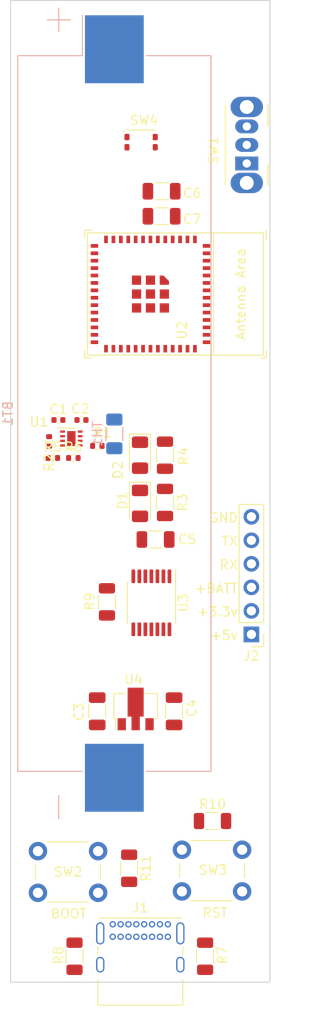
<source format=kicad_pcb>
(kicad_pcb (version 20221018) (generator pcbnew)
  (layers (0 "F.Cu" signal) (31 "B.Cu" signal) (34 "B.Paste" user) (35 "F.Paste" user) (36 "B.SilkS" user "B.Silkscreen") (37 "F.SilkS" user "F.Silkscreen") (38 "B.Mask" user) (39 "F.Mask" user) (44 "Edge.Cuts" user))
  (net 0 "")
  (net 1 "Net-(BT1-+)")
  (net 2 "GND")
  (net 3 "+5V")
  (net 4 "+3.3V")
  (net 5 "+BATT")
  (net 6 "Net-(D1-K)")
  (net 7 "Net-(D1-A)")
  (net 8 "Net-(D2-K)")
  (net 9 "Net-(D2-A)")
  (net 10 "Net-(J1-CC1)")
  (net 11 "/D+")
  (net 12 "/D-")
  (net 14 "Net-(J1-CC2)")
  (net 16 "/TX")
  (net 17 "/RX")
  (net 18 "Net-(U1-VSET)")
  (net 19 "Net-(U1-ISET)")
  (net 20 "Net-(U1-TS)")
  (net 21 "Net-(R6-Pad2)")
  (net 22 "Net-(U3-~{RST})")
  (net 23 "Net-(SW3-B)")
  (net 24 "Net-(SW2-A)")
  (net 25 "/SW1")
  (net 26 "/SW2")
  (footprint "LED_SMD:LED_1206_3216Metric" (layer "F.Cu") (at 143.97 96.3 -90)
    (fp_text reference "D1" (at -0.3 1.9 90) (layer "F.SilkS"))
    (fp_text value "LED")
    (fp_line (start -2.285 -1.135) (end -2.285 1.135) (stroke (width 0.12)) (layer "F.SilkS"))
    (fp_line (start -2.285 1.135) (end 1.6 1.135) (stroke (width 0.12)) (layer "F.SilkS"))
    (fp_line (start 1.6 -1.135) (end -2.285 -1.135) (stroke (width 0.12)) (layer "F.SilkS"))
    (pad "1" smd roundrect (at -1.4 0 270) (size 1.25 1.75) (layers "F.Cu" "F.Paste" "F.Mask") (roundrect_rratio 0.2) (net 6 "Net-(D1-K)"))
    (pad "2" smd roundrect (at 1.4 0 270) (size 1.25 1.75) (layers "F.Cu" "F.Paste" "F.Mask") (roundrect_rratio 0.2) (net 7 "Net-(D1-A)"))
  )
  (footprint "Espressif:ESP32-MINI-1" (layer "F.Cu") (at 145.1 73.7 -90)
    (fp_text reference "U2" (at 3.9 -3.4 90) (layer "F.SilkS"))
    (fp_text value "ESP32-MINI-1")
    (fp_text user "Antenna Area" (at 0 -9.75 90) (layer "F.SilkS"))
    (fp_line (start -6.9 6.3) (end -6.9 7.1) (stroke (width 0.12)) (layer "F.SilkS"))
    (fp_line (start -6.9 7.1) (end -6.1 7.1) (stroke (width 0.12)) (layer "F.SilkS"))
    (fp_line (start -6.6 -12.2) (end 6.6 -12.2) (stroke (width 0.12)) (layer "F.SilkS"))
    (fp_line (start -6.6 -6.8) (end 6.6 -6.8) (stroke (width 0.12)) (layer "F.SilkS"))
    (fp_line (start -6.6 6.8) (end -6.6 -12.2) (stroke (width 0.12)) (layer "F.SilkS"))
    (fp_line (start -5.925 -12.5) (end -6.9 -12.5) (stroke (width 0.12)) (layer "F.SilkS"))
    (fp_line (start 6.15 -12.5) (end 6.9 -12.5) (stroke (width 0.12)) (layer "F.SilkS"))
    (fp_line (start 6.6 -12.2) (end 6.6 6.8) (stroke (width 0.12)) (layer "F.SilkS"))
    (fp_line (start 6.6 6.8) (end -6.6 6.8) (stroke (width 0.12)) (layer "F.SilkS"))
    (fp_line (start 6.9 -12.5) (end 6.9 -11.9) (stroke (width 0.12)) (layer "F.SilkS"))
    (fp_line (start 6.9 6.3) (end 6.9 7.1) (stroke (width 0.12)) (layer "F.SilkS"))
    (fp_line (start 6.9 7.1) (end 6.1 7.1) (stroke (width 0.12)) (layer "F.SilkS"))
    (pad "1" smd rect (at -5.9 -4.8) (size 0.4 0.8) (layers "F.Cu" "F.Paste" "F.Mask") (net 2 "GND"))
    (pad "2" smd rect (at -5.9 -4) (size 0.4 0.8) (layers "F.Cu" "F.Paste" "F.Mask") (net 2 "GND"))
    (pad "3" smd rect (at -5.9 -3.2) (size 0.4 0.8) (layers "F.Cu" "F.Paste" "F.Mask") (net 5 "+BATT"))
    (pad "4" smd rect (at -5.9 -2.4) (size 0.4 0.8) (layers "F.Cu" "F.Paste" "F.Mask"))
    (pad "5" smd rect (at -5.9 -1.6) (size 0.4 0.8) (layers "F.Cu" "F.Paste" "F.Mask"))
    (pad "6" smd rect (at -5.9 -0.8) (size 0.4 0.8) (layers "F.Cu" "F.Paste" "F.Mask"))
    (pad "7" smd rect (at -5.9 0) (size 0.4 0.8) (layers "F.Cu" "F.Paste" "F.Mask"))
    (pad "8" smd rect (at -5.9 0.8) (size 0.4 0.8) (layers "F.Cu" "F.Paste" "F.Mask") (net 23 "Net-(SW3-B)"))
    (pad "9" smd rect (at -5.9 1.6) (size 0.4 0.8) (layers "F.Cu" "F.Paste" "F.Mask"))
    (pad "10" smd rect (at -5.9 2.4) (size 0.4 0.8) (layers "F.Cu" "F.Paste" "F.Mask"))
    (pad "11" smd rect (at -5.9 3.2) (size 0.4 0.8) (layers "F.Cu" "F.Paste" "F.Mask"))
    (pad "12" smd rect (at -5.9 4) (size 0.4 0.8) (layers "F.Cu" "F.Paste" "F.Mask"))
    (pad "13" smd rect (at -5.9 4.8) (size 0.4 0.8) (layers "F.Cu" "F.Paste" "F.Mask"))
    (pad "14" smd rect (at -5.2 6.05 270) (size 0.4 0.8) (layers "F.Cu" "F.Paste" "F.Mask"))
    (pad "15" smd rect (at -4.4 6.05 270) (size 0.4 0.8) (layers "F.Cu" "F.Paste" "F.Mask"))
    (pad "16" smd rect (at -3.6 6.05 270) (size 0.4 0.8) (layers "F.Cu" "F.Paste" "F.Mask"))
    (pad "17" smd rect (at -2.8 6.05 270) (size 0.4 0.8) (layers "F.Cu" "F.Paste" "F.Mask"))
    (pad "18" smd rect (at -2 6.05 270) (size 0.4 0.8) (layers "F.Cu" "F.Paste" "F.Mask"))
    (pad "19" smd rect (at -1.2 6.05 270) (size 0.4 0.8) (layers "F.Cu" "F.Paste" "F.Mask"))
    (pad "20" smd rect (at -0.4 6.05 270) (size 0.4 0.8) (layers "F.Cu" "F.Paste" "F.Mask"))
    (pad "21" smd rect (at 0.4 6.05 270) (size 0.4 0.8) (layers "F.Cu" "F.Paste" "F.Mask") (net 24 "Net-(SW2-A)"))
    (pad "22" smd rect (at 1.2 6.05 270) (size 0.4 0.8) (layers "F.Cu" "F.Paste" "F.Mask"))
    (pad "23" smd rect (at 2 6.05 270) (size 0.4 0.8) (layers "F.Cu" "F.Paste" "F.Mask"))
    (pad "24" smd rect (at 2.8 6.05 270) (size 0.4 0.8) (layers "F.Cu" "F.Paste" "F.Mask"))
    (pad "25" smd rect (at 3.6 6.05 270) (size 0.4 0.8) (layers "F.Cu" "F.Paste" "F.Mask"))
    (pad "26" smd rect (at 4.4 6.05 270) (size 0.4 0.8) (layers "F.Cu" "F.Paste" "F.Mask"))
    (pad "27" smd rect (at 5.2 6.05 270) (size 0.4 0.8) (layers "F.Cu" "F.Paste" "F.Mask") (net 2 "GND"))
    (pad "28" smd rect (at 5.9 4.8) (size 0.4 0.8) (layers "F.Cu" "F.Paste" "F.Mask"))
    (pad "29" smd rect (at 5.9 4) (size 0.4 0.8) (layers "F.Cu" "F.Paste" "F.Mask"))
    (pad "30" smd rect (at 5.9 3.2) (size 0.4 0.8) (layers "F.Cu" "F.Paste" "F.Mask") (net 25 "/SW1"))
    (pad "31" smd rect (at 5.9 2.4) (size 0.4 0.8) (layers "F.Cu" "F.Paste" "F.Mask"))
    (pad "32" smd rect (at 5.9 1.6) (size 0.4 0.8) (layers "F.Cu" "F.Paste" "F.Mask") (net 26 "/SW2"))
    (pad "33" smd rect (at 5.9 0.8) (size 0.4 0.8) (layers "F.Cu" "F.Paste" "F.Mask"))
    (pad "34" smd rect (at 5.9 0) (size 0.4 0.8) (layers "F.Cu" "F.Paste" "F.Mask"))
    (pad "35" smd rect (at 5.9 -0.8) (size 0.4 0.8) (layers "F.Cu" "F.Paste" "F.Mask") (net 16 "/TX"))
    (pad "36" smd rect (at 5.9 -1.6) (size 0.4 0.8) (layers "F.Cu" "F.Paste" "F.Mask") (net 17 "/RX"))
    (pad "37" smd rect (at 5.9 -2.4) (size 0.4 0.8) (layers "F.Cu" "F.Paste" "F.Mask"))
    (pad "38" smd rect (at 5.9 -3.2) (size 0.4 0.8) (layers "F.Cu" "F.Paste" "F.Mask") (net 2 "GND"))
    (pad "39" smd rect (at 5.9 -4) (size 0.4 0.8) (layers "F.Cu" "F.Paste" "F.Mask") (net 2 "GND"))
    (pad "40" smd rect (at 5.9 -4.8) (size 0.4 0.8) (layers "F.Cu" "F.Paste" "F.Mask") (net 2 "GND"))
    (pad "41" smd rect (at 5.2 -6.05 270) (size 0.4 0.8) (layers "F.Cu" "F.Paste" "F.Mask") (net 2 "GND"))
    (pad "42" smd rect (at 4.4 -6.05 270) (size 0.4 0.8) (layers "F.Cu" "F.Paste" "F.Mask") (net 2 "GND"))
    (pad "43" smd rect (at 3.6 -6.05 270) (size 0.4 0.8) (layers "F.Cu" "F.Paste" "F.Mask") (net 2 "GND"))
    (pad "44" smd rect (at 2.8 -6.05 270) (size 0.4 0.8) (layers "F.Cu" "F.Paste" "F.Mask") (net 2 "GND"))
    (pad "45" smd rect (at 2 -6.05 270) (size 0.4 0.8) (layers "F.Cu" "F.Paste" "F.Mask") (net 2 "GND"))
    (pad "46" smd rect (at 1.2 -6.05 270) (size 0.4 0.8) (layers "F.Cu" "F.Paste" "F.Mask") (net 2 "GND"))
    (pad "47" smd rect (at 0.4 -6.05 270) (size 0.4 0.8) (layers "F.Cu" "F.Paste" "F.Mask") (net 2 "GND"))
    (pad "48" smd rect (at -0.4 -6.05 270) (size 0.4 0.8) (layers "F.Cu" "F.Paste" "F.Mask") (net 2 "GND"))
    (pad "49" smd rect (at -1.2 -6.05 270) (size 0.4 0.8) (layers "F.Cu" "F.Paste" "F.Mask") (net 2 "GND"))
    (pad "50" smd rect (at -2 -6.05 270) (size 0.4 0.8) (layers "F.Cu" "F.Paste" "F.Mask") (net 2 "GND"))
    (pad "51" smd rect (at -2.8 -6.05 270) (size 0.4 0.8) (layers "F.Cu" "F.Paste" "F.Mask") (net 2 "GND"))
    (pad "52" smd rect (at -3.6 -6.05 270) (size 0.4 0.8) (layers "F.Cu" "F.Paste" "F.Mask") (net 2 "GND"))
    (pad "53" smd rect (at -4.4 -6.05 270) (size 0.4 0.8) (layers "F.Cu" "F.Paste" "F.Mask") (net 2 "GND"))
    (pad "54" smd rect (at -5.2 -6.05 270) (size 0.4 0.8) (layers "F.Cu" "F.Paste" "F.Mask") (net 2 "GND"))
    (pad "55" smd custom (at -1.5 -1.5) (size 0.4 0.4) (layers "F.Cu" "F.Paste" "F.Mask") (net 2 "GND") (options (clearance outline) (anchor rect)) (primitives (gr_poly (pts (xy -0.5 0.5) (xy -0.5 -0.5) (xy -0.1 -0.5) (xy 0.5 0.1) (xy 0.5 0.5)) (width 0) (fill yes))))
    (pad "55" smd rect (at -1.5 0) (size 1 1) (layers "F.Cu" "F.Paste" "F.Mask") (net 2 "GND"))
    (pad "55" smd rect (at -1.5 1.5) (size 1 1) (layers "F.Cu" "F.Paste" "F.Mask") (net 2 "GND"))
    (pad "55" smd rect (at 0 -1.5) (size 1 1) (layers "F.Cu" "F.Paste" "F.Mask") (net 2 "GND"))
    (pad "55" smd rect (at 0 0) (size 1 1) (layers "F.Cu" "F.Paste" "F.Mask") (net 2 "GND"))
    (pad "55" smd rect (at 0 1.5) (size 1 1) (layers "F.Cu" "F.Paste" "F.Mask") (net 2 "GND"))
    (pad "55" smd rect (at 1.5 -1.5) (size 1 1) (layers "F.Cu" "F.Paste" "F.Mask") (net 2 "GND"))
    (pad "55" smd rect (at 1.5 0) (size 1 1) (layers "F.Cu" "F.Paste" "F.Mask") (net 2 "GND"))
    (pad "55" smd rect (at 1.5 1.5) (size 1 1) (layers "F.Cu" "F.Paste" "F.Mask") (net 2 "GND"))
  )
  (footprint "Package_SON:WSON-8-1EP_2x2mm_P0.5mm_EP0.9x1.6mm" (layer "F.Cu") (at 136.56 89.3)
    (fp_text reference "U1" (at -3.5 -1.8) (layer "F.SilkS"))
    (fp_text value "~")
    (fp_line (start -1.5 -1.12) (end 0.5 -1.12) (stroke (width 0.12)) (layer "F.SilkS"))
    (fp_line (start 0.5 1.12) (end -0.5 1.12) (stroke (width 0.12)) (layer "F.SilkS"))
    (pad "1" smd rect (at -0.95 -0.75) (size 0.5 0.25) (layers "F.Cu" "F.Paste" "F.Mask") (net 3 "+5V"))
    (pad "2" smd rect (at -0.95 -0.25) (size 0.5 0.25) (layers "F.Cu" "F.Paste" "F.Mask") (net 19 "Net-(U1-ISET)"))
    (pad "3" smd rect (at -0.95 0.25) (size 0.5 0.25) (layers "F.Cu" "F.Paste" "F.Mask") (net 20 "Net-(U1-TS)"))
    (pad "4" smd rect (at -0.95 0.75) (size 0.5 0.25) (layers "F.Cu" "F.Paste" "F.Mask") (net 2 "GND"))
    (pad "5" smd rect (at 0.95 0.75) (size 0.5 0.25) (layers "F.Cu" "F.Paste" "F.Mask") (net 6 "Net-(D1-K)"))
    (pad "6" smd rect (at 0.95 0.25) (size 0.5 0.25) (layers "F.Cu" "F.Paste" "F.Mask") (net 8 "Net-(D2-K)"))
    (pad "7" smd rect (at 0.95 -0.25) (size 0.5 0.25) (layers "F.Cu" "F.Paste" "F.Mask") (net 18 "Net-(U1-VSET)"))
    (pad "8" smd rect (at 0.95 -0.75) (size 0.5 0.25) (layers "F.Cu" "F.Paste" "F.Mask") (net 1 "Net-(BT1-+)"))
    (pad "9" smd rect (at 0 0) (size 0.9 1.6) (layers "F.Cu" "F.Mask") (net 2 "GND"))
  )
  (footprint "Button_Switch_THT:SW_CuK_OS102011MA1QN1_SPDT_Angled" (layer "F.Cu") (at 155.5 59.6 90)
    (fp_text reference "SW1" (at 1.4 -3.6 90) (layer "F.SilkS"))
    (fp_text value "SW_SPST")
    (fp_line (start -2.3 -2.3) (end 6.3 -2.3) (stroke (width 0.15)) (layer "F.SilkS"))
    (fp_line (start -2.3 2.3) (end -0.1 2.3) (stroke (width 0.15)) (layer "F.SilkS"))
    (fp_line (start 4 2.3) (end 6.3 2.3) (stroke (width 0.15)) (layer "F.SilkS"))
    (pad "" thru_hole oval (at -2.1 0 90) (size 2.2 3.5) (drill 1.5) (layers "*.Cu" "*.Mask"))
    (pad "" thru_hole oval (at 6.1 0 90) (size 2.2 3.5) (drill 1.5) (layers "*.Cu" "*.Mask"))
    (pad "1" thru_hole rect (at 0 0 90) (size 1.5 2.5) (drill 0.9) (layers "*.Cu" "*.Mask"))
    (pad "2" thru_hole oval (at 2 0 90) (size 1.5 2.5) (drill 0.9) (layers "*.Cu" "*.Mask") (net 1 "Net-(BT1-+)"))
    (pad "3" thru_hole oval (at 4 0 90) (size 1.5 2.5) (drill 0.9) (layers "*.Cu" "*.Mask") (net 5 "+BATT"))
  )
  (footprint "Resistor_SMD:R_1206_3216Metric" (layer "F.Cu") (at 140.4 106.9375 90)
    (fp_text reference "R9" (at 0.0375 -1.88 90) (layer "F.SilkS"))
    (fp_text value "10k")
    (fp_line (start -0.727064 -0.91) (end 0.727064 -0.91) (stroke (width 0.12)) (layer "F.SilkS"))
    (fp_line (start -0.727064 0.91) (end 0.727064 0.91) (stroke (width 0.12)) (layer "F.SilkS"))
    (pad "1" smd roundrect (at -1.4625 0 90) (size 1.125 1.75) (layers "F.Cu" "F.Paste" "F.Mask") (roundrect_rratio 0.222222) (net 4 "+3.3V"))
    (pad "2" smd roundrect (at 1.4625 0 90) (size 1.125 1.75) (layers "F.Cu" "F.Paste" "F.Mask") (roundrect_rratio 0.222222) (net 22 "Net-(U3-~{RST})"))
  )
  (footprint "Resistor_SMD:R_1206_3216Metric" (layer "F.Cu") (at 151 145.2 90)
    (fp_text reference "R7" (at 0.1 1.87 90) (layer "F.SilkS"))
    (fp_text value "5.1k")
    (fp_line (start -0.727064 -0.91) (end 0.727064 -0.91) (stroke (width 0.12)) (layer "F.SilkS"))
    (fp_line (start -0.727064 0.91) (end 0.727064 0.91) (stroke (width 0.12)) (layer "F.SilkS"))
    (pad "1" smd roundrect (at -1.4625 0 90) (size 1.125 1.75) (layers "F.Cu" "F.Paste" "F.Mask") (roundrect_rratio 0.222222) (net 14 "Net-(J1-CC2)"))
    (pad "2" smd roundrect (at 1.4625 0 90) (size 1.125 1.75) (layers "F.Cu" "F.Paste" "F.Mask") (roundrect_rratio 0.222222) (net 2 "GND"))
  )
  (footprint "Capacitor_SMD:C_0402_1005Metric" (layer "F.Cu") (at 135.16 87.3)
    (fp_text reference "C1" (at 0 -1.16) (layer "F.SilkS"))
    (fp_text value "1uf")
    (fp_line (start -0.107836 -0.36) (end 0.107836 -0.36) (stroke (width 0.12)) (layer "F.SilkS"))
    (fp_line (start -0.107836 0.36) (end 0.107836 0.36) (stroke (width 0.12)) (layer "F.SilkS"))
    (pad "1" smd roundrect (at -0.48 0) (size 0.56 0.62) (layers "F.Cu" "F.Paste" "F.Mask") (net 3 "+5V"))
    (pad "2" smd roundrect (at 0.48 0) (size 0.56 0.62) (layers "F.Cu" "F.Paste" "F.Mask") (net 2 "GND"))
  )
  (footprint "Connector_PinHeader_2.54mm:PinHeader_1x06_P2.54mm_Vertical" (layer "F.Cu") (at 156 110.45 180)
    (fp_text reference "J2" (at 0 -2.33) (layer "F.SilkS"))
    (fp_text value "Conn_01x06")
    (fp_line (start -1.33 -1.33) (end 0 -1.33) (stroke (width 0.12)) (layer "F.SilkS"))
    (fp_line (start -1.33 0) (end -1.33 -1.33) (stroke (width 0.12)) (layer "F.SilkS"))
    (fp_line (start -1.33 1.27) (end -1.33 14.03) (stroke (width 0.12)) (layer "F.SilkS"))
    (fp_line (start -1.33 1.27) (end 1.33 1.27) (stroke (width 0.12)) (layer "F.SilkS"))
    (fp_line (start -1.33 14.03) (end 1.33 14.03) (stroke (width 0.12)) (layer "F.SilkS"))
    (fp_line (start 1.33 1.27) (end 1.33 14.03) (stroke (width 0.12)) (layer "F.SilkS"))
    (pad "1" thru_hole rect (at 0 0 180) (size 1.7 1.7) (drill 1) (layers "*.Cu" "*.Mask") (net 3 "+5V"))
    (pad "2" thru_hole oval (at 0 2.54 180) (size 1.7 1.7) (drill 1) (layers "*.Cu" "*.Mask") (net 4 "+3.3V"))
    (pad "3" thru_hole oval (at 0 5.08 180) (size 1.7 1.7) (drill 1) (layers "*.Cu" "*.Mask") (net 5 "+BATT"))
    (pad "4" thru_hole oval (at 0 7.62 180) (size 1.7 1.7) (drill 1) (layers "*.Cu" "*.Mask") (net 16 "/TX"))
    (pad "5" thru_hole oval (at 0 10.16 180) (size 1.7 1.7) (drill 1) (layers "*.Cu" "*.Mask") (net 17 "/RX"))
    (pad "6" thru_hole oval (at 0 12.7 180) (size 1.7 1.7) (drill 1) (layers "*.Cu" "*.Mask") (net 2 "GND"))
  )
  (footprint "CameraClickerFootprints:EVPAX-A1A" (layer "F.Cu") (at 144.09 57.3)
    (fp_text reference "SW4" (at 0.32 -2.35 unlocked) (layer "F.SilkS"))
    (fp_text value "SW_DPST_x2")
    (fp_line (start -1.5 -1.3) (end 1.5 -1.3) (stroke (width 0.12)) (layer "F.SilkS"))
    (fp_circle (center -1.85 -1.18) (end -1.78 -1.18) (stroke (width 0.12)) (fill solid) (layer "F.SilkS"))
    (pad "1" smd roundrect (at -1.525 -0.55) (size 0.55 0.7) (layers "F.Cu" "F.Paste" "F.Mask") (net 5 "+BATT"))
    (pad "2" smd roundrect (at -1.525 0.55) (size 0.55 0.7) (layers "F.Cu" "F.Paste" "F.Mask") (net 25 "/SW1"))
    (pad "3" smd roundrect (at 1.525 -0.55) (size 0.55 0.7) (layers "F.Cu" "F.Paste" "F.Mask") (net 5 "+BATT"))
    (pad "4" smd roundrect (at 1.525 0.55) (size 0.55 0.7) (layers "F.Cu" "F.Paste" "F.Mask") (net 26 "/SW2"))
  )
  (footprint "Button_Switch_THT:SW_PUSH_6mm" (layer "F.Cu") (at 155 138.2 180)
    (fp_text reference "SW3" (at 3.13 2.3) (layer "F.SilkS"))
    (fp_text value "RST" (at 2.93 -2.3) (layer "F.SilkS"))
    (fp_line (start -0.25 1.5) (end -0.25 3) (stroke (width 0.12)) (layer "F.SilkS"))
    (fp_line (start 1 5.5) (end 5.5 5.5) (stroke (width 0.12)) (layer "F.SilkS"))
    (fp_line (start 5.5 -1) (end 1 -1) (stroke (width 0.12)) (layer "F.SilkS"))
    (fp_line (start 6.75 3) (end 6.75 1.5) (stroke (width 0.12)) (layer "F.SilkS"))
    (pad "1" thru_hole circle (at 0 0 270) (size 2 2) (drill 1.1) (layers "*.Cu" "*.Mask") (net 2 "GND"))
    (pad "1" thru_hole circle (at 6.5 0 270) (size 2 2) (drill 1.1) (layers "*.Cu" "*.Mask") (net 2 "GND"))
    (pad "2" thru_hole circle (at 0 4.5 270) (size 2 2) (drill 1.1) (layers "*.Cu" "*.Mask") (net 23 "Net-(SW3-B)"))
    (pad "2" thru_hole circle (at 6.5 4.5 270) (size 2 2) (drill 1.1) (layers "*.Cu" "*.Mask") (net 23 "Net-(SW3-B)"))
  )
  (footprint "LED_SMD:LED_1206_3216Metric" (layer "F.Cu") (at 143.97 91.1 -90)
    (fp_text reference "D2" (at 1.6 2.4 90) (layer "F.SilkS"))
    (fp_text value "LED")
    (fp_line (start -2.285 -1.135) (end -2.285 1.135) (stroke (width 0.12)) (layer "F.SilkS"))
    (fp_line (start -2.285 1.135) (end 1.6 1.135) (stroke (width 0.12)) (layer "F.SilkS"))
    (fp_line (start 1.6 -1.135) (end -2.285 -1.135) (stroke (width 0.12)) (layer "F.SilkS"))
    (pad "1" smd roundrect (at -1.4 0 270) (size 1.25 1.75) (layers "F.Cu" "F.Paste" "F.Mask") (roundrect_rratio 0.2) (net 8 "Net-(D2-K)"))
    (pad "2" smd roundrect (at 1.4 0 270) (size 1.25 1.75) (layers "F.Cu" "F.Paste" "F.Mask") (roundrect_rratio 0.2) (net 9 "Net-(D2-A)"))
  )
  (footprint "Package_TO_SOT_SMD:SOT-89-3" (layer "F.Cu") (at 143.5 118.2 90)
    (fp_text reference "U4" (at 2.9 -0.23) (layer "F.SilkS"))
    (fp_text value "AZ1117-3.3")
    (fp_line (start -2.5 -2.13) (end -1.36 -2.13) (stroke (width 0.12)) (layer "F.SilkS"))
    (fp_line (start -1.36 -2.36) (end -1.36 -2.13) (stroke (width 0.12)) (layer "F.SilkS"))
    (fp_line (start -1.36 -2.36) (end 1.36 -2.36) (stroke (width 0.12)) (layer "F.SilkS"))
    (fp_line (start -1.36 2.36) (end -1.36 2.13) (stroke (width 0.12)) (layer "F.SilkS"))
    (fp_line (start 1.36 -2.36) (end 1.36 -1.05) (stroke (width 0.12)) (layer "F.SilkS"))
    (fp_line (start 1.36 1.05) (end 1.36 2.36) (stroke (width 0.12)) (layer "F.SilkS"))
    (fp_line (start 1.36 2.36) (end -1.36 2.36) (stroke (width 0.12)) (layer "F.SilkS"))
    (pad "1" smd rect (at -1.95 -1.5 90) (size 1.3 0.9) (layers "F.Cu" "F.Paste" "F.Mask") (net 2 "GND"))
    (pad "2" smd custom (at -1.8625 0 90) (size 1.475 0.9) (layers "F.Cu" "F.Paste" "F.Mask") (net 4 "+3.3V") (options (clearance outline) (anchor rect)) (primitives (gr_poly (pts (xy 3.8625 0.8665) (xy 0.7375 0.8665) (xy 0.7375 -0.8665) (xy 3.8625 -0.8665)) (width 0) (fill yes))))
    (pad "3" smd rect (at -1.95 1.5 90) (size 1.3 0.9) (layers "F.Cu" "F.Paste" "F.Mask") (net 3 "+5V"))
  )
  (footprint "Resistor_SMD:R_1206_3216Metric" (layer "F.Cu") (at 151.8 130.6)
    (fp_text reference "R10" (at 0 -1.82) (layer "F.SilkS"))
    (fp_text value "10k")
    (fp_line (start -0.727064 -0.91) (end 0.727064 -0.91) (stroke (width 0.12)) (layer "F.SilkS"))
    (fp_line (start -0.727064 0.91) (end 0.727064 0.91) (stroke (width 0.12)) (layer "F.SilkS"))
    (pad "1" smd roundrect (at -1.4625 0) (size 1.125 1.75) (layers "F.Cu" "F.Paste" "F.Mask") (roundrect_rratio 0.222222) (net 5 "+BATT"))
    (pad "2" smd roundrect (at 1.4625 0) (size 1.125 1.75) (layers "F.Cu" "F.Paste" "F.Mask") (roundrect_rratio 0.222222) (net 23 "Net-(SW3-B)"))
  )
  (footprint "Capacitor_SMD:C_1206_3216Metric" (layer "F.Cu") (at 145.65 100.2 180)
    (fp_text reference "C5" (at -3.4 0) (layer "F.SilkS"))
    (fp_text value "0.47uf")
    (fp_line (start -0.711252 -0.91) (end 0.711252 -0.91) (stroke (width 0.12)) (layer "F.SilkS"))
    (fp_line (start -0.711252 0.91) (end 0.711252 0.91) (stroke (width 0.12)) (layer "F.SilkS"))
    (pad "1" smd roundrect (at -1.475 0 180) (size 1.15 1.8) (layers "F.Cu" "F.Paste" "F.Mask") (roundrect_rratio 0.217391) (net 4 "+3.3V"))
    (pad "2" smd roundrect (at 1.475 0 180) (size 1.15 1.8) (layers "F.Cu" "F.Paste" "F.Mask") (roundrect_rratio 0.217391) (net 2 "GND"))
  )
  (footprint "Resistor_SMD:R_0402_1005Metric" (layer "F.Cu") (at 136.77 91.4)
    (fp_text reference "R6" (at 0 -1.17) (layer "F.SilkS"))
    (fp_text value "2.3k")
    (fp_line (start -0.153641 -0.38) (end 0.153641 -0.38) (stroke (width 0.12)) (layer "F.SilkS"))
    (fp_line (start -0.153641 0.38) (end 0.153641 0.38) (stroke (width 0.12)) (layer "F.SilkS"))
    (pad "1" smd roundrect (at -0.51 0) (size 0.54 0.64) (layers "F.Cu" "F.Paste" "F.Mask") (net 20 "Net-(U1-TS)"))
    (pad "2" smd roundrect (at 0.51 0) (size 0.54 0.64) (layers "F.Cu" "F.Paste" "F.Mask") (net 21 "Net-(R6-Pad2)"))
  )
  (footprint "Capacitor_SMD:C_1206_3216Metric" (layer "F.Cu") (at 146.3 62.6 180)
    (fp_text reference "C6" (at -3.3 -0.2) (layer "F.SilkS"))
    (fp_text value "22uf")
    (fp_line (start -0.711252 -0.91) (end 0.711252 -0.91) (stroke (width 0.12)) (layer "F.SilkS"))
    (fp_line (start -0.711252 0.91) (end 0.711252 0.91) (stroke (width 0.12)) (layer "F.SilkS"))
    (pad "1" smd roundrect (at -1.475 0 180) (size 1.15 1.8) (layers "F.Cu" "F.Paste" "F.Mask") (roundrect_rratio 0.217391) (net 5 "+BATT"))
    (pad "2" smd roundrect (at 1.475 0 180) (size 1.15 1.8) (layers "F.Cu" "F.Paste" "F.Mask") (roundrect_rratio 0.217391) (net 2 "GND"))
  )
  (footprint "Capacitor_SMD:C_1206_3216Metric" (layer "F.Cu") (at 147.65 118.75 90)
    (fp_text reference "C4" (at 0.35 1.92 90) (layer "F.SilkS"))
    (fp_text value "10uf")
    (fp_line (start -0.711252 -0.91) (end 0.711252 -0.91) (stroke (width 0.12)) (layer "F.SilkS"))
    (fp_line (start -0.711252 0.91) (end 0.711252 0.91) (stroke (width 0.12)) (layer "F.SilkS"))
    (pad "1" smd roundrect (at -1.475 0 90) (size 1.15 1.8) (layers "F.Cu" "F.Paste" "F.Mask") (roundrect_rratio 0.217391) (net 3 "+5V"))
    (pad "2" smd roundrect (at 1.475 0 90) (size 1.15 1.8) (layers "F.Cu" "F.Paste" "F.Mask") (roundrect_rratio 0.217391) (net 2 "GND"))
  )
  (footprint "Resistor_SMD:R_1206_3216Metric" (layer "F.Cu") (at 146.67 96.2 90)
    (fp_text reference "R3" (at 0 1.9 90) (layer "F.SilkS"))
    (fp_text value "10k")
    (fp_line (start -0.727064 -0.91) (end 0.727064 -0.91) (stroke (width 0.12)) (layer "F.SilkS"))
    (fp_line (start -0.727064 0.91) (end 0.727064 0.91) (stroke (width 0.12)) (layer "F.SilkS"))
    (pad "1" smd roundrect (at -1.4625 0 90) (size 1.125 1.75) (layers "F.Cu" "F.Paste" "F.Mask") (roundrect_rratio 0.222222) (net 7 "Net-(D1-A)"))
    (pad "2" smd roundrect (at 1.4625 0 90) (size 1.125 1.75) (layers "F.Cu" "F.Paste" "F.Mask") (roundrect_rratio 0.222222) (net 1 "Net-(BT1-+)"))
  )
  (footprint "Resistor_SMD:R_0402_1005Metric" (layer "F.Cu") (at 134.56 91.4)
    (fp_text reference "R5" (at 0 -1.17) (layer "F.SilkS"))
    (fp_text value "70k")
    (fp_line (start -0.153641 -0.38) (end 0.153641 -0.38) (stroke (width 0.12)) (layer "F.SilkS"))
    (fp_line (start -0.153641 0.38) (end 0.153641 0.38) (stroke (width 0.12)) (layer "F.SilkS"))
    (pad "1" smd roundrect (at -0.51 0) (size 0.54 0.64) (layers "F.Cu" "F.Paste" "F.Mask") (net 20 "Net-(U1-TS)"))
    (pad "2" smd roundrect (at 0.51 0) (size 0.54 0.64) (layers "F.Cu" "F.Paste" "F.Mask") (net 2 "GND"))
  )
  (footprint "Connector_USB:USB_C_Receptacle_GCT_USB4085" (layer "F.Cu") (at 141.025 141.75)
    (fp_text reference "J1" (at 2.975 -1.8) (layer "F.SilkS"))
    (fp_text value "USB_C_Receptacle_USB2.0")
    (fp_line (start -1.62 2.4) (end -1.62 3.3) (stroke (width 0.12)) (layer "F.SilkS"))
    (fp_line (start -1.62 6) (end -1.62 8.73) (stroke (width 0.12)) (layer "F.SilkS"))
    (fp_line (start -1.62 8.73) (end 7.57 8.73) (stroke (width 0.12)) (layer "F.SilkS"))
    (fp_line (start -1.5 -0.68) (end 7.45 -0.68) (stroke (width 0.12)) (layer "F.SilkS"))
    (fp_line (start 7.57 2.4) (end 7.57 3.3) (stroke (width 0.12)) (layer "F.SilkS"))
    (fp_line (start 7.57 6) (end 7.57 8.73) (stroke (width 0.12)) (layer "F.SilkS"))
    (pad "A1" thru_hole circle (at 0 0) (size 0.7 0.7) (drill 0.4) (layers "*.Cu" "*.Mask") (net 2 "GND"))
    (pad "A4" thru_hole circle (at 0.85 0) (size 0.7 0.7) (drill 0.4) (layers "*.Cu" "*.Mask") (net 3 "+5V"))
    (pad "A5" thru_hole circle (at 1.7 0) (size 0.7 0.7) (drill 0.4) (layers "*.Cu" "*.Mask") (net 10 "Net-(J1-CC1)"))
    (pad "A6" thru_hole circle (at 2.55 0) (size 0.7 0.7) (drill 0.4) (layers "*.Cu" "*.Mask") (net 11 "/D+"))
    (pad "A7" thru_hole circle (at 3.4 0) (size 0.7 0.7) (drill 0.4) (layers "*.Cu" "*.Mask") (net 12 "/D-"))
    (pad "A8" thru_hole circle (at 4.25 0) (size 0.7 0.7) (drill 0.4) (layers "*.Cu" "*.Mask"))
    (pad "A9" thru_hole circle (at 5.1 0) (size 0.7 0.7) (drill 0.4) (layers "*.Cu" "*.Mask") (net 3 "+5V"))
    (pad "A12" thru_hole circle (at 5.95 0) (size 0.7 0.7) (drill 0.4) (layers "*.Cu" "*.Mask") (net 2 "GND"))
    (pad "B1" thru_hole circle (at 5.95 1.35) (size 0.7 0.7) (drill 0.4) (layers "*.Cu" "*.Mask") (net 2 "GND"))
    (pad "B4" thru_hole circle (at 5.1 1.35) (size 0.7 0.7) (drill 0.4) (layers "*.Cu" "*.Mask") (net 3 "+5V"))
    (pad "B5" thru_hole circle (at 4.25 1.35) (size 0.7 0.7) (drill 0.4) (layers "*.Cu" "*.Mask") (net 14 "Net-(J1-CC2)"))
    (pad "B6" thru_hole circle (at 3.4 1.35) (size 0.7 0.7) (drill 0.4) (layers "*.Cu" "*.Mask") (net 11 "/D+"))
    (pad "B7" thru_hole circle (at 2.55 1.35) (size 0.7 0.7) (drill 0.4) (layers "*.Cu" "*.Mask") (net 12 "/D-"))
    (pad "B8" thru_hole circle (at 1.7 1.35) (size 0.7 0.7) (drill 0.4) (layers "*.Cu" "*.Mask"))
    (pad "B9" thru_hole circle (at 0.85 1.35) (size 0.7 0.7) (drill 0.4) (layers "*.Cu" "*.Mask") (net 3 "+5V"))
    (pad "B12" thru_hole circle (at 0 1.35) (size 0.7 0.7) (drill 0.4) (layers "*.Cu" "*.Mask") (net 2 "GND"))
    (pad "S1" thru_hole oval (at -1.35 0.98) (size 0.9 2.4) (drill oval 0.6 2.1) (layers "*.Cu" "*.Mask") (net 2 "GND"))
    (pad "S1" thru_hole oval (at -1.35 4.36) (size 0.9 1.7) (drill oval 0.6 1.4) (layers "*.Cu" "*.Mask") (net 2 "GND"))
    (pad "S1" thru_hole oval (at 7.3 0.98) (size 0.9 2.4) (drill oval 0.6 2.1) (layers "*.Cu" "*.Mask") (net 2 "GND"))
    (pad "S1" thru_hole oval (at 7.3 4.36) (size 0.9 1.7) (drill oval 0.6 1.4) (layers "*.Cu" "*.Mask") (net 2 "GND"))
  )
  (footprint "Resistor_SMD:R_0402_1005Metric" (layer "F.Cu") (at 134.16 89.61 -90)
    (fp_text reference "R2" (at 2.3 0 90) (layer "F.SilkS"))
    (fp_text value "3k")
    (fp_line (start -0.153641 -0.38) (end 0.153641 -0.38) (stroke (width 0.12)) (layer "F.SilkS"))
    (fp_line (start -0.153641 0.38) (end 0.153641 0.38) (stroke (width 0.12)) (layer "F.SilkS"))
    (pad "1" smd roundrect (at -0.51 0 270) (size 0.54 0.64) (layers "F.Cu" "F.Paste" "F.Mask") (net 19 "Net-(U1-ISET)"))
    (pad "2" smd roundrect (at 0.51 0 270) (size 0.54 0.64) (layers "F.Cu" "F.Paste" "F.Mask") (net 2 "GND"))
  )
  (footprint "Capacitor_SMD:C_1206_3216Metric" (layer "F.Cu") (at 146.3 65.3 180)
    (fp_text reference "C7" (at -3.3 -0.3) (layer "F.SilkS"))
    (fp_text value "0.1uf")
    (fp_line (start -0.711252 -0.91) (end 0.711252 -0.91) (stroke (width 0.12)) (layer "F.SilkS"))
    (fp_line (start -0.711252 0.91) (end 0.711252 0.91) (stroke (width 0.12)) (layer "F.SilkS"))
    (pad "1" smd roundrect (at -1.475 0 180) (size 1.15 1.8) (layers "F.Cu" "F.Paste" "F.Mask") (roundrect_rratio 0.217391) (net 5 "+BATT"))
    (pad "2" smd roundrect (at 1.475 0 180) (size 1.15 1.8) (layers "F.Cu" "F.Paste" "F.Mask") (roundrect_rratio 0.217391) (net 2 "GND"))
  )
  (footprint "Capacitor_SMD:C_0402_1005Metric" (layer "F.Cu") (at 137.65 87.3 180)
    (fp_text reference "C2" (at 0.12 1.2) (layer "F.SilkS"))
    (fp_text value "1uf")
    (fp_line (start -0.107836 -0.36) (end 0.107836 -0.36) (stroke (width 0.12)) (layer "F.SilkS"))
    (fp_line (start -0.107836 0.36) (end 0.107836 0.36) (stroke (width 0.12)) (layer "F.SilkS"))
    (pad "1" smd roundrect (at -0.48 0 180) (size 0.56 0.62) (layers "F.Cu" "F.Paste" "F.Mask") (net 1 "Net-(BT1-+)"))
    (pad "2" smd roundrect (at 0.48 0 180) (size 0.56 0.62) (layers "F.Cu" "F.Paste" "F.Mask") (net 2 "GND"))
  )
  (footprint "Package_SO:TSSOP-14_4.4x5mm_P0.65mm" (layer "F.Cu") (at 145.2 107.0375 -90)
    (fp_text reference "U3" (at 0 -3.45 90) (layer "F.SilkS"))
    (fp_text value "MCP2221AxST")
    (fp_line (start 0 -2.61) (end -3.6 -2.61) (stroke (width 0.12)) (layer "F.SilkS"))
    (fp_line (start 0 -2.61) (end 2.2 -2.61) (stroke (width 0.12)) (layer "F.SilkS"))
    (fp_line (start 0 2.61) (end -2.2 2.61) (stroke (width 0.12)) (layer "F.SilkS"))
    (fp_line (start 0 2.61) (end 2.2 2.61) (stroke (width 0.12)) (layer "F.SilkS"))
    (pad "1" smd roundrect (at -2.8625 -1.95 270) (size 1.475 0.4) (layers "F.Cu" "F.Paste" "F.Mask") (net 4 "+3.3V"))
    (pad "2" smd roundrect (at -2.8625 -1.3 270) (size 1.475 0.4) (layers "F.Cu" "F.Paste" "F.Mask"))
    (pad "3" smd roundrect (at -2.8625 -0.65 270) (size 1.475 0.4) (layers "F.Cu" "F.Paste" "F.Mask"))
    (pad "4" smd roundrect (at -2.8625 0 270) (size 1.475 0.4) (layers "F.Cu" "F.Paste" "F.Mask") (net 22 "Net-(U3-~{RST})"))
    (pad "5" smd roundrect (at -2.8625 0.65 270) (size 1.475 0.4) (layers "F.Cu" "F.Paste" "F.Mask") (net 17 "/RX"))
    (pad "6" smd roundrect (at -2.8625 1.3 270) (size 1.475 0.4) (layers "F.Cu" "F.Paste" "F.Mask") (net 16 "/TX"))
    (pad "7" smd roundrect (at -2.8625 1.95 270) (size 1.475 0.4) (layers "F.Cu" "F.Paste" "F.Mask"))
    (pad "8" smd roundrect (at 2.8625 1.95 270) (size 1.475 0.4) (layers "F.Cu" "F.Paste" "F.Mask"))
    (pad "9" smd roundrect (at 2.8625 1.3 270) (size 1.475 0.4) (layers "F.Cu" "F.Paste" "F.Mask"))
    (pad "10" smd roundrect (at 2.8625 0.65 270) (size 1.475 0.4) (layers "F.Cu" "F.Paste" "F.Mask"))
    (pad "11" smd roundrect (at 2.8625 0 270) (size 1.475 0.4) (layers "F.Cu" "F.Paste" "F.Mask") (net 4 "+3.3V"))
    (pad "12" smd roundrect (at 2.8625 -0.65 270) (size 1.475 0.4) (layers "F.Cu" "F.Paste" "F.Mask") (net 12 "/D-"))
    (pad "13" smd roundrect (at 2.8625 -1.3 270) (size 1.475 0.4) (layers "F.Cu" "F.Paste" "F.Mask") (net 11 "/D+"))
    (pad "14" smd roundrect (at 2.8625 -1.95 270) (size 1.475 0.4) (layers "F.Cu" "F.Paste" "F.Mask") (net 2 "GND"))
  )
  (footprint "Button_Switch_THT:SW_PUSH_6mm" (layer "F.Cu") (at 139.45 138.35 180)
    (fp_text reference "SW2" (at 3.25 2.25) (layer "F.SilkS"))
    (fp_text value "BOOT" (at 3.18 -2.25) (layer "F.SilkS"))
    (fp_line (start -0.25 1.5) (end -0.25 3) (stroke (width 0.12)) (layer "F.SilkS"))
    (fp_line (start 1 5.5) (end 5.5 5.5) (stroke (width 0.12)) (layer "F.SilkS"))
    (fp_line (start 5.5 -1) (end 1 -1) (stroke (width 0.12)) (layer "F.SilkS"))
    (fp_line (start 6.75 3) (end 6.75 1.5) (stroke (width 0.12)) (layer "F.SilkS"))
    (pad "1" thru_hole circle (at 0 0 270) (size 2 2) (drill 1.1) (layers "*.Cu" "*.Mask") (net 24 "Net-(SW2-A)"))
    (pad "1" thru_hole circle (at 6.5 0 270) (size 2 2) (drill 1.1) (layers "*.Cu" "*.Mask") (net 24 "Net-(SW2-A)"))
    (pad "2" thru_hole circle (at 0 4.5 270) (size 2 2) (drill 1.1) (layers "*.Cu" "*.Mask") (net 2 "GND"))
    (pad "2" thru_hole circle (at 6.5 4.5 270) (size 2 2) (drill 1.1) (layers "*.Cu" "*.Mask") (net 2 "GND"))
  )
  (footprint "Resistor_SMD:R_1206_3216Metric" (layer "F.Cu") (at 136.9 145.2 -90)
    (fp_text reference "R8" (at -0.1 1.73 90) (layer "F.SilkS"))
    (fp_text value "5.1k")
    (fp_line (start -0.727064 -0.91) (end 0.727064 -0.91) (stroke (width 0.12)) (layer "F.SilkS"))
    (fp_line (start -0.727064 0.91) (end 0.727064 0.91) (stroke (width 0.12)) (layer "F.SilkS"))
    (pad "1" smd roundrect (at -1.4625 0 270) (size 1.125 1.75) (layers "F.Cu" "F.Paste" "F.Mask") (roundrect_rratio 0.222222) (net 10 "Net-(J1-CC1)"))
    (pad "2" smd roundrect (at 1.4625 0 270) (size 1.125 1.75) (layers "F.Cu" "F.Paste" "F.Mask") (roundrect_rratio 0.222222) (net 2 "GND"))
  )
  (footprint "Resistor_SMD:R_1206_3216Metric" (layer "F.Cu") (at 142.8 135.7 -90)
    (fp_text reference "R11" (at 0 -1.82 90) (layer "F.SilkS"))
    (fp_text value "10k")
    (fp_line (start -0.727064 -0.91) (end 0.727064 -0.91) (stroke (width 0.12)) (layer "F.SilkS"))
    (fp_line (start -0.727064 0.91) (end 0.727064 0.91) (stroke (width 0.12)) (layer "F.SilkS"))
    (pad "1" smd roundrect (at -1.4625 0 270) (size 1.125 1.75) (layers "F.Cu" "F.Paste" "F.Mask") (roundrect_rratio 0.222222) (net 5 "+BATT"))
    (pad "2" smd roundrect (at 1.4625 0 270) (size 1.125 1.75) (layers "F.Cu" "F.Paste" "F.Mask") (roundrect_rratio 0.222222) (net 24 "Net-(SW2-A)"))
  )
  (footprint "Resistor_SMD:R_0402_1005Metric" (layer "F.Cu") (at 139.36 90.1)
    (fp_text reference "R1" (at 0.58 -1.4) (layer "F.SilkS"))
    (fp_text value "82k")
    (fp_line (start -0.153641 -0.38) (end 0.153641 -0.38) (stroke (width 0.12)) (layer "F.SilkS"))
    (fp_line (start -0.153641 0.38) (end 0.153641 0.38) (stroke (width 0.12)) (layer "F.SilkS"))
    (pad "1" smd roundrect (at -0.51 0) (size 0.54 0.64) (layers "F.Cu" "F.Paste" "F.Mask") (net 18 "Net-(U1-VSET)"))
    (pad "2" smd roundrect (at 0.51 0) (size 0.54 0.64) (layers "F.Cu" "F.Paste" "F.Mask") (net 2 "GND"))
  )
  (footprint "Capacitor_SMD:C_1206_3216Metric" (layer "F.Cu") (at 139.35 118.75 -90)
    (fp_text reference "C3" (at 0.05 1.98 90) (layer "F.SilkS"))
    (fp_text value "22uf")
    (fp_line (start -0.711252 -0.91) (end 0.711252 -0.91) (stroke (width 0.12)) (layer "F.SilkS"))
    (fp_line (start -0.711252 0.91) (end 0.711252 0.91) (stroke (width 0.12)) (layer "F.SilkS"))
    (pad "1" smd roundrect (at -1.475 0 270) (size 1.15 1.8) (layers "F.Cu" "F.Paste" "F.Mask") (roundrect_rratio 0.217391) (net 4 "+3.3V"))
    (pad "2" smd roundrect (at 1.475 0 270) (size 1.15 1.8) (layers "F.Cu" "F.Paste" "F.Mask") (roundrect_rratio 0.217391) (net 2 "GND"))
  )
  (footprint "Resistor_SMD:R_1206_3216Metric" (layer "F.Cu") (at 146.67 91.1 90)
    (fp_text reference "R4" (at -0.1 2 90) (layer "F.SilkS"))
    (fp_text value "10k")
    (fp_line (start -0.727064 -0.91) (end 0.727064 -0.91) (stroke (width 0.12)) (layer "F.SilkS"))
    (fp_line (start -0.727064 0.91) (end 0.727064 0.91) (stroke (width 0.12)) (layer "F.SilkS"))
    (pad "1" smd roundrect (at -1.4625 0 90) (size 1.125 1.75) (layers "F.Cu" "F.Paste" "F.Mask") (roundrect_rratio 0.222222) (net 9 "Net-(D2-A)"))
    (pad "2" smd roundrect (at 1.4625 0 90) (size 1.125 1.75) (layers "F.Cu" "F.Paste" "F.Mask") (roundrect_rratio 0.222222) (net 1 "Net-(BT1-+)"))
  )
  (footprint "Battery:BatteryHolder_Keystone_1042_1x18650" (layer "B.Cu") (at 141.2 86.6 -90)
    (fp_text reference "BT1" (at 0 11.5 90) (layer "B.SilkS") (effects (justify mirror)))
    (fp_text value "Battery")
    (fp_line (start -43.75 6) (end -41.25 6) (stroke (width 0.12)) (layer "B.SilkS"))
    (fp_line (start -42.5 4.75) (end -42.5 7.25) (stroke (width 0.12)) (layer "B.SilkS"))
    (fp_line (start -38.64 -10.44) (end -38.64 -3.44) (stroke (width 0.12)) (layer "B.SilkS"))
    (fp_line (start -38.64 3.44) (end -43 3.44) (stroke (width 0.12)) (layer "B.SilkS"))
    (fp_line (start -38.64 10.44) (end -38.64 3.44) (stroke (width 0.12)) (layer "B.SilkS"))
    (fp_line (start 38.64 -10.44) (end -38.64 -10.44) (stroke (width 0.12)) (layer "B.SilkS"))
    (fp_line (start 38.64 -3.44) (end 38.64 -10.44) (stroke (width 0.12)) (layer "B.SilkS"))
    (fp_line (start 38.64 3.44) (end 38.64 10.42) (stroke (width 0.12)) (layer "B.SilkS"))
    (fp_line (start 38.64 10.44) (end -38.64 10.44) (stroke (width 0.12)) (layer "B.SilkS"))
    (fp_line (start 43.75 6) (end 41.25 6) (stroke (width 0.12)) (layer "B.SilkS"))
    (pad "" np_thru_hole circle (at -35.93 8 270) (size 2.39 2.39) (drill 2.39) (layers "*.Cu" "*.Mask"))
    (pad "" np_thru_hole circle (at -27.6 -8 270) (size 3.45 3.45) (drill 3.45) (layers "*.Cu" "*.Mask"))
    (pad "" np_thru_hole circle (at 27.6 8 270) (size 3.45 3.45) (drill 3.45) (layers "*.Cu" "*.Mask"))
    (pad "1" smd rect (at -39.33 0 270) (size 7.34 6.35) (layers "B.Cu" "B.Paste" "B.Mask") (net 1 "Net-(BT1-+)"))
    (pad "2" smd rect (at 39.33 0 270) (size 7.34 6.35) (layers "B.Cu" "B.Paste" "B.Mask") (net 2 "GND"))
  )
  (footprint "Resistor_SMD:R_1206_3216Metric_Pad1.30x1.75mm_HandSolder" (layer "B.Cu") (at 141.2 88.8 -90)
    (fp_text reference "TH1" (at 0 1.82 90) (layer "B.SilkS") (effects (justify mirror)))
    (fp_text value "10k NTC")
    (fp_line (start -0.727064 -0.91) (end 0.727064 -0.91) (stroke (width 0.12)) (layer "B.SilkS"))
    (fp_line (start -0.727064 0.91) (end 0.727064 0.91) (stroke (width 0.12)) (layer "B.SilkS"))
    (pad "1" smd roundrect (at -1.55 0 270) (size 1.3 1.75) (layers "B.Cu" "B.Paste" "B.Mask") (roundrect_rratio 0.192308) (net 2 "GND"))
    (pad "2" smd roundrect (at 1.55 0 270) (size 1.3 1.75) (layers "B.Cu" "B.Paste" "B.Mask") (roundrect_rratio 0.192308) (net 21 "Net-(R6-Pad2)"))
  )
  (gr_rect (start 130 42) (end 158 148) (stroke (width 0.1)) (fill none) (layer "Edge.Cuts"))
  (gr_text "GND" (at 151.374762 98.4375) (layer "F.SilkS") (effects (font (size 1 1)) (justify left bottom)))
  (gr_text "RX" (at 152.47 103.5175) (layer "F.SilkS") (effects (font (size 1 1)) (justify left bottom)))
  (gr_text "+5v" (at 151.47 111.1375) (layer "F.SilkS") (effects (font (size 1 1)) (justify left bottom)))
  (gr_text "TX" (at 152.708095 100.9775) (layer "F.SilkS") (effects (font (size 1 1)) (justify left bottom)))
  (gr_text "+BATT" (at 149.803333 106.0575) (layer "F.SilkS") (effects (font (size 1 1)) (justify left bottom)))
  (gr_text "+3.3v" (at 150.041429 108.5975) (layer "F.SilkS") (effects (font (size 1 1)) (justify left bottom)))
)
</source>
